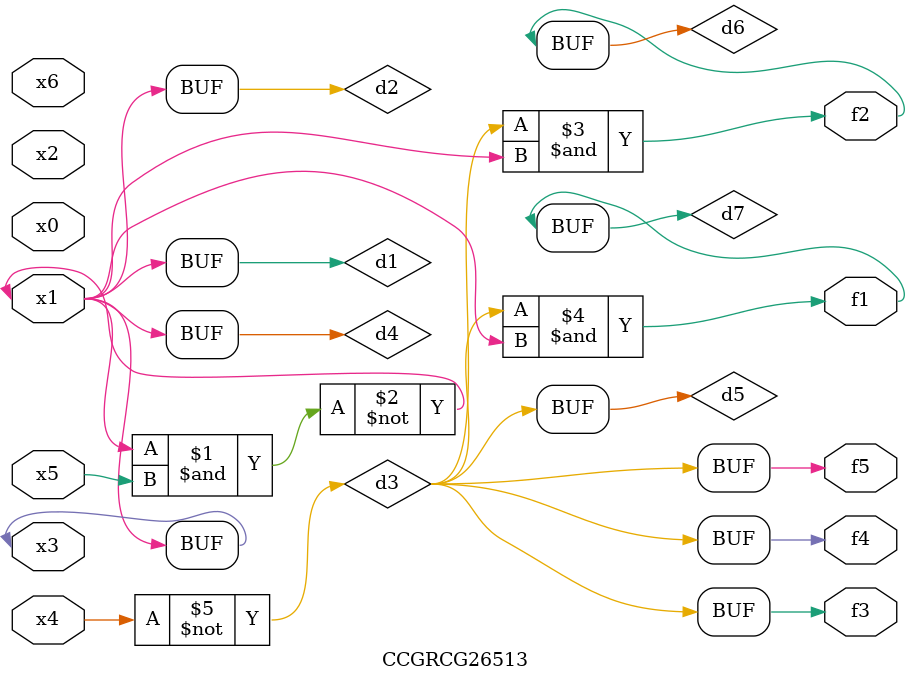
<source format=v>
module CCGRCG26513(
	input x0, x1, x2, x3, x4, x5, x6,
	output f1, f2, f3, f4, f5
);

	wire d1, d2, d3, d4, d5, d6, d7;

	buf (d1, x1, x3);
	nand (d2, x1, x5);
	not (d3, x4);
	buf (d4, d1, d2);
	buf (d5, d3);
	and (d6, d3, d4);
	and (d7, d3, d4);
	assign f1 = d7;
	assign f2 = d6;
	assign f3 = d5;
	assign f4 = d5;
	assign f5 = d5;
endmodule

</source>
